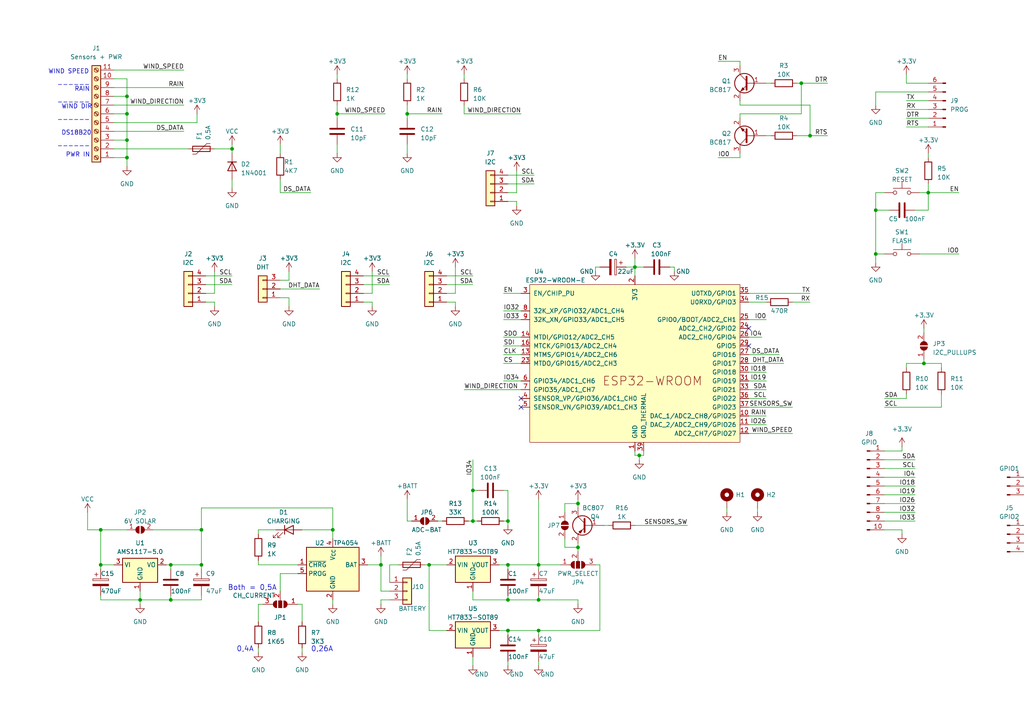
<source format=kicad_sch>
(kicad_sch (version 20230121) (generator eeschema)
  (paper "A4")
  (title_block (title "WeatherStation_V2") (date "2023-08-15") (rev "2.0") (company "Filada") (comment 1 "ESP32 Weather Station"))
  (junction (at 167.64 158.75))
  (junction (at 137.16 142.24))
  (junction (at 40.64 173.99))
  (junction (at 36.83 40.64))
  (junction (at 124.46 163.83))
  (junction (at 29.21 163.83))
  (junction (at 29.21 153.67))
  (junction (at 147.32 151.13))
  (junction (at 58.42 163.83))
  (junction (at 58.42 153.67))
  (junction (at 97.79 33.02))
  (junction (at 147.32 163.83))
  (junction (at 36.83 33.02))
  (junction (at 232.41 24.13))
  (junction (at 147.32 173.99))
  (junction (at 110.49 163.83))
  (junction (at 137.16 151.13))
  (junction (at 167.64 146.05))
  (junction (at 156.21 163.83))
  (junction (at 184.15 77.47))
  (junction (at 267.97 105.41))
  (junction (at 234.95 39.37))
  (junction (at 36.83 27.94))
  (junction (at 269.24 55.88))
  (junction (at 185.42 132.08))
  (junction (at 254 60.96))
  (junction (at 254 73.66))
  (junction (at 156.21 173.99))
  (junction (at 156.21 182.88))
  (junction (at 147.32 182.88))
  (junction (at 49.53 163.83))
  (junction (at 36.83 45.72))
  (junction (at 67.31 43.18))
  (junction (at 49.53 173.99))
  (junction (at 118.11 33.02))
  (junction (at 96.52 153.67))
  (no_connect (at 151.13 115.57))
  (no_connect (at 217.17 100.33))
  (no_connect (at 151.13 118.11))
  (no_connect (at 217.17 95.25))
  (wire (pts (xy 156.21 172.72) (xy 156.21 173.99)))
  (wire (pts (xy 33.02 20.32) (xy 53.34 20.32)))
  (wire (pts (xy 267.97 95.25) (xy 267.97 96.52)))
  (wire (pts (xy 36.83 40.64) (xy 36.83 45.72)))
  (wire (pts (xy 256.54 140.97) (xy 265.43 140.97)))
  (wire (pts (xy 110.49 171.45) (xy 113.03 171.45)))
  (wire (pts (xy 118.11 33.02) (xy 118.11 34.29)))
  (wire (pts (xy 173.99 163.83) (xy 173.99 182.88)))
  (wire (pts (xy 113.03 163.83) (xy 115.57 163.83)))
  (wire (pts (xy 172.72 163.83) (xy 173.99 163.83)))
  (wire (pts (xy 113.03 80.01) (xy 105.41 80.01)))
  (wire (pts (xy 232.41 24.13) (xy 231.14 24.13)))
  (wire (pts (xy 57.15 33.02) (xy 57.15 35.56)))
  (wire (pts (xy 149.86 55.88) (xy 147.32 55.88)))
  (wire (pts (xy 256.54 138.43) (xy 265.43 138.43)))
  (wire (pts (xy 44.45 153.67) (xy 58.42 153.67)))
  (wire (pts (xy 74.93 154.94) (xy 74.93 153.67)))
  (wire (pts (xy 146.05 110.49) (xy 151.13 110.49)))
  (wire (pts (xy 144.78 182.88) (xy 147.32 182.88)))
  (wire (pts (xy 254 60.96) (xy 257.81 60.96)))
  (wire (pts (xy 234.95 39.37) (xy 234.95 30.48)))
  (wire (pts (xy 262.89 114.3) (xy 262.89 115.57)))
  (wire (pts (xy 217.17 110.49) (xy 222.25 110.49)))
  (wire (pts (xy 137.16 142.24) (xy 138.43 142.24)))
  (wire (pts (xy 134.62 33.02) (xy 151.13 33.02)))
  (wire (pts (xy 254 73.66) (xy 254 76.2)))
  (wire (pts (xy 297.18 138.43) (xy 303.53 138.43)))
  (wire (pts (xy 184.15 130.81) (xy 184.15 132.08)))
  (wire (pts (xy 297.18 152.4) (xy 303.53 152.4)))
  (wire (pts (xy 273.05 105.41) (xy 273.05 106.68)))
  (wire (pts (xy 269.24 53.34) (xy 269.24 55.88)))
  (wire (pts (xy 262.89 105.41) (xy 267.97 105.41)))
  (wire (pts (xy 297.18 157.48) (xy 303.53 157.48)))
  (wire (pts (xy 265.43 60.96) (xy 269.24 60.96)))
  (wire (pts (xy 214.63 30.48) (xy 214.63 29.21)))
  (wire (pts (xy 146.05 85.09) (xy 151.13 85.09)))
  (wire (pts (xy 135.89 151.13) (xy 137.16 151.13)))
  (wire (pts (xy 127 151.13) (xy 128.27 151.13)))
  (wire (pts (xy 262.89 34.29) (xy 269.24 34.29)))
  (wire (pts (xy 33.02 27.94) (xy 36.83 27.94)))
  (wire (pts (xy 194.31 77.47) (xy 195.58 77.47)))
  (wire (pts (xy 297.18 143.51) (xy 303.53 143.51)))
  (wire (pts (xy 186.69 130.81) (xy 186.69 132.08)))
  (wire (pts (xy 134.62 113.03) (xy 151.13 113.03)))
  (wire (pts (xy 49.53 173.99) (xy 58.42 173.99)))
  (wire (pts (xy 217.17 102.87) (xy 226.06 102.87)))
  (wire (pts (xy 81.28 166.37) (xy 86.36 166.37)))
  (wire (pts (xy 217.17 125.73) (xy 229.87 125.73)))
  (wire (pts (xy 49.53 163.83) (xy 49.53 165.1)))
  (wire (pts (xy 146.05 102.87) (xy 151.13 102.87)))
  (wire (pts (xy 67.31 82.55) (xy 59.69 82.55)))
  (wire (pts (xy 234.95 30.48) (xy 214.63 30.48)))
  (wire (pts (xy 81.28 41.91) (xy 81.28 44.45)))
  (wire (pts (xy 256.54 146.05) (xy 265.43 146.05)))
  (wire (pts (xy 217.17 97.79) (xy 220.98 97.79)))
  (wire (pts (xy 262.89 24.13) (xy 269.24 24.13)))
  (wire (pts (xy 33.02 22.86) (xy 36.83 22.86)))
  (wire (pts (xy 256.54 115.57) (xy 262.89 115.57)))
  (wire (pts (xy 33.02 40.64) (xy 36.83 40.64)))
  (wire (pts (xy 97.79 33.02) (xy 97.79 34.29)))
  (wire (pts (xy 217.17 123.19) (xy 222.25 123.19)))
  (wire (pts (xy 58.42 147.32) (xy 58.42 153.67)))
  (wire (pts (xy 146.05 97.79) (xy 151.13 97.79)))
  (wire (pts (xy 214.63 34.29) (xy 214.63 33.02)))
  (wire (pts (xy 214.63 44.45) (xy 214.63 45.72)))
  (wire (pts (xy 96.52 173.99) (xy 96.52 175.26)))
  (wire (pts (xy 256.54 151.13) (xy 265.43 151.13)))
  (wire (pts (xy 167.64 157.48) (xy 167.64 158.75)))
  (wire (pts (xy 254 26.67) (xy 254 30.48)))
  (wire (pts (xy 132.08 85.09) (xy 129.54 85.09)))
  (wire (pts (xy 167.64 144.78) (xy 167.64 146.05)))
  (wire (pts (xy 217.17 118.11) (xy 229.87 118.11)))
  (wire (pts (xy 146.05 142.24) (xy 147.32 142.24)))
  (wire (pts (xy 167.64 173.99) (xy 156.21 173.99)))
  (wire (pts (xy 137.16 151.13) (xy 138.43 151.13)))
  (wire (pts (xy 146.05 90.17) (xy 151.13 90.17)))
  (wire (pts (xy 58.42 153.67) (xy 58.42 163.83)))
  (wire (pts (xy 132.08 77.47) (xy 132.08 85.09)))
  (wire (pts (xy 163.83 146.05) (xy 163.83 148.59)))
  (wire (pts (xy 137.16 133.35) (xy 137.16 142.24)))
  (wire (pts (xy 36.83 153.67) (xy 29.21 153.67)))
  (wire (pts (xy 273.05 114.3) (xy 273.05 118.11)))
  (wire (pts (xy 67.31 41.91) (xy 67.31 43.18)))
  (wire (pts (xy 217.17 87.63) (xy 222.25 87.63)))
  (wire (pts (xy 232.41 24.13) (xy 240.03 24.13)))
  (wire (pts (xy 210.82 147.32) (xy 210.82 148.59)))
  (wire (pts (xy 256.54 135.89) (xy 265.43 135.89)))
  (wire (pts (xy 36.83 45.72) (xy 36.83 48.26)))
  (wire (pts (xy 256.54 143.51) (xy 265.43 143.51)))
  (wire (pts (xy 83.82 78.74) (xy 83.82 81.28)))
  (wire (pts (xy 222.25 24.13) (xy 223.52 24.13)))
  (wire (pts (xy 147.32 163.83) (xy 147.32 165.1)))
  (wire (pts (xy 262.89 106.68) (xy 262.89 105.41)))
  (wire (pts (xy 147.32 182.88) (xy 156.21 182.88)))
  (wire (pts (xy 234.95 39.37) (xy 240.03 39.37)))
  (wire (pts (xy 266.7 73.66) (xy 278.13 73.66)))
  (wire (pts (xy 229.87 87.63) (xy 234.95 87.63)))
  (wire (pts (xy 33.02 35.56) (xy 57.15 35.56)))
  (wire (pts (xy 181.61 77.47) (xy 184.15 77.47)))
  (wire (pts (xy 33.02 25.4) (xy 53.34 25.4)))
  (wire (pts (xy 49.53 172.72) (xy 49.53 173.99)))
  (wire (pts (xy 261.62 130.81) (xy 256.54 130.81)))
  (wire (pts (xy 86.36 175.26) (xy 87.63 175.26)))
  (wire (pts (xy 137.16 193.04) (xy 137.16 190.5)))
  (wire (pts (xy 156.21 182.88) (xy 156.21 184.15)))
  (wire (pts (xy 156.21 163.83) (xy 162.56 163.83)))
  (wire (pts (xy 297.18 160.02) (xy 303.53 160.02)))
  (wire (pts (xy 154.94 53.34) (xy 147.32 53.34)))
  (wire (pts (xy 137.16 171.45) (xy 137.16 173.99)))
  (wire (pts (xy 124.46 163.83) (xy 129.54 163.83)))
  (wire (pts (xy 36.83 27.94) (xy 36.83 33.02)))
  (wire (pts (xy 269.24 55.88) (xy 269.24 60.96)))
  (wire (pts (xy 262.89 36.83) (xy 269.24 36.83)))
  (wire (pts (xy 147.32 182.88) (xy 147.32 184.15)))
  (wire (pts (xy 184.15 132.08) (xy 185.42 132.08)))
  (wire (pts (xy 76.2 175.26) (xy 74.93 175.26)))
  (wire (pts (xy 185.42 132.08) (xy 186.69 132.08)))
  (wire (pts (xy 97.79 30.48) (xy 97.79 33.02)))
  (wire (pts (xy 163.83 156.21) (xy 163.83 158.75)))
  (wire (pts (xy 217.17 85.09) (xy 234.95 85.09)))
  (wire (pts (xy 129.54 82.55) (xy 137.16 82.55)))
  (wire (pts (xy 267.97 104.14) (xy 267.97 105.41)))
  (wire (pts (xy 110.49 161.29) (xy 110.49 163.83)))
  (wire (pts (xy 269.24 44.45) (xy 269.24 45.72)))
  (wire (pts (xy 156.21 182.88) (xy 173.99 182.88)))
  (wire (pts (xy 33.02 43.18) (xy 54.61 43.18)))
  (wire (pts (xy 254 60.96) (xy 254 73.66)))
  (wire (pts (xy 83.82 86.36) (xy 83.82 88.9)))
  (wire (pts (xy 184.15 77.47) (xy 184.15 80.01)))
  (wire (pts (xy 87.63 187.96) (xy 87.63 189.23)))
  (wire (pts (xy 256.54 118.11) (xy 273.05 118.11)))
  (wire (pts (xy 222.25 39.37) (xy 223.52 39.37)))
  (wire (pts (xy 62.23 78.74) (xy 62.23 85.09)))
  (wire (pts (xy 113.03 168.91) (xy 113.03 163.83)))
  (wire (pts (xy 208.28 45.72) (xy 214.63 45.72)))
  (wire (pts (xy 184.15 152.4) (xy 199.39 152.4)))
  (wire (pts (xy 262.89 31.75) (xy 269.24 31.75)))
  (wire (pts (xy 167.64 158.75) (xy 167.64 160.02)))
  (wire (pts (xy 124.46 163.83) (xy 124.46 182.88)))
  (wire (pts (xy 261.62 129.54) (xy 261.62 130.81)))
  (wire (pts (xy 256.54 153.67) (xy 261.62 153.67)))
  (wire (pts (xy 214.63 19.05) (xy 214.63 17.78)))
  (wire (pts (xy 29.21 163.83) (xy 29.21 165.1)))
  (wire (pts (xy 137.16 151.13) (xy 137.16 142.24)))
  (wire (pts (xy 107.95 78.74) (xy 107.95 85.09)))
  (wire (pts (xy 67.31 52.07) (xy 67.31 54.61)))
  (wire (pts (xy 96.52 147.32) (xy 96.52 153.67)))
  (wire (pts (xy 156.21 191.77) (xy 156.21 193.04)))
  (wire (pts (xy 149.86 59.69) (xy 149.86 58.42)))
  (wire (pts (xy 74.93 175.26) (xy 74.93 180.34)))
  (wire (pts (xy 81.28 52.07) (xy 81.28 55.88)))
  (wire (pts (xy 33.02 33.02) (xy 36.83 33.02)))
  (wire (pts (xy 132.08 87.63) (xy 132.08 88.9)))
  (wire (pts (xy 110.49 173.99) (xy 110.49 175.26)))
  (wire (pts (xy 110.49 173.99) (xy 113.03 173.99)))
  (wire (pts (xy 217.17 115.57) (xy 222.25 115.57)))
  (wire (pts (xy 67.31 80.01) (xy 59.69 80.01)))
  (wire (pts (xy 266.7 55.88) (xy 269.24 55.88)))
  (wire (pts (xy 90.17 55.88) (xy 81.28 55.88)))
  (wire (pts (xy 74.93 162.56) (xy 74.93 163.83)))
  (wire (pts (xy 184.15 74.93) (xy 184.15 77.47)))
  (wire (pts (xy 87.63 153.67) (xy 96.52 153.67)))
  (wire (pts (xy 58.42 172.72) (xy 58.42 173.99)))
  (wire (pts (xy 58.42 147.32) (xy 96.52 147.32)))
  (wire (pts (xy 96.52 153.67) (xy 96.52 156.21)))
  (wire (pts (xy 147.32 151.13) (xy 147.32 152.4)))
  (wire (pts (xy 147.32 142.24) (xy 147.32 151.13)))
  (wire (pts (xy 147.32 191.77) (xy 147.32 193.04)))
  (wire (pts (xy 74.93 153.67) (xy 80.01 153.67)))
  (wire (pts (xy 146.05 151.13) (xy 147.32 151.13)))
  (wire (pts (xy 262.89 21.59) (xy 262.89 24.13)))
  (wire (pts (xy 256.54 55.88) (xy 254 55.88)))
  (wire (pts (xy 219.71 147.32) (xy 219.71 148.59)))
  (wire (pts (xy 172.72 77.47) (xy 173.99 77.47)))
  (wire (pts (xy 40.64 171.45) (xy 40.64 173.99)))
  (wire (pts (xy 107.95 88.9) (xy 107.95 87.63)))
  (wire (pts (xy 67.31 44.45) (xy 67.31 43.18)))
  (wire (pts (xy 172.72 78.74) (xy 172.72 77.47)))
  (wire (pts (xy 124.46 182.88) (xy 129.54 182.88)))
  (wire (pts (xy 67.31 43.18) (xy 62.23 43.18)))
  (wire (pts (xy 214.63 33.02) (xy 232.41 33.02)))
  (wire (pts (xy 217.17 92.71) (xy 222.25 92.71)))
  (wire (pts (xy 33.02 30.48) (xy 53.34 30.48)))
  (wire (pts (xy 256.54 133.35) (xy 265.43 133.35)))
  (wire (pts (xy 107.95 87.63) (xy 105.41 87.63)))
  (wire (pts (xy 167.64 173.99) (xy 167.64 175.26)))
  (wire (pts (xy 146.05 100.33) (xy 151.13 100.33)))
  (wire (pts (xy 25.4 153.67) (xy 29.21 153.67)))
  (wire (pts (xy 254 55.88) (xy 254 60.96)))
  (wire (pts (xy 156.21 163.83) (xy 147.32 163.83)))
  (wire (pts (xy 83.82 81.28) (xy 81.28 81.28)))
  (wire (pts (xy 185.42 132.08) (xy 185.42 133.35)))
  (wire (pts (xy 48.26 163.83) (xy 49.53 163.83)))
  (wire (pts (xy 217.17 105.41) (xy 227.33 105.41)))
  (wire (pts (xy 29.21 153.67) (xy 29.21 163.83)))
  (wire (pts (xy 156.21 163.83) (xy 156.21 165.1)))
  (wire (pts (xy 254 26.67) (xy 269.24 26.67)))
  (wire (pts (xy 87.63 175.26) (xy 87.63 180.34)))
  (wire (pts (xy 267.97 105.41) (xy 273.05 105.41)))
  (wire (pts (xy 156.21 173.99) (xy 147.32 173.99)))
  (wire (pts (xy 74.93 187.96) (xy 74.93 189.23)))
  (wire (pts (xy 297.18 154.94) (xy 303.53 154.94)))
  (wire (pts (xy 33.02 45.72) (xy 36.83 45.72)))
  (wire (pts (xy 33.02 38.1) (xy 53.34 38.1)))
  (wire (pts (xy 231.14 39.37) (xy 234.95 39.37)))
  (wire (pts (xy 118.11 144.78) (xy 118.11 151.13)))
  (wire (pts (xy 146.05 92.71) (xy 151.13 92.71)))
  (wire (pts (xy 92.71 83.82) (xy 81.28 83.82)))
  (wire (pts (xy 217.17 113.03) (xy 222.25 113.03)))
  (wire (pts (xy 163.83 158.75) (xy 167.64 158.75)))
  (wire (pts (xy 232.41 24.13) (xy 232.41 33.02)))
  (wire (pts (xy 118.11 33.02) (xy 128.27 33.02)))
  (wire (pts (xy 262.89 29.21) (xy 269.24 29.21)))
  (wire (pts (xy 129.54 80.01) (xy 137.16 80.01)))
  (wire (pts (xy 97.79 21.59) (xy 97.79 22.86)))
  (wire (pts (xy 107.95 85.09) (xy 105.41 85.09)))
  (wire (pts (xy 149.86 49.53) (xy 149.86 55.88)))
  (wire (pts (xy 81.28 86.36) (xy 83.82 86.36)))
  (wire (pts (xy 156.21 163.83) (xy 156.21 144.78)))
  (wire (pts (xy 97.79 33.02) (xy 111.76 33.02)))
  (wire (pts (xy 62.23 85.09) (xy 59.69 85.09)))
  (wire (pts (xy 49.53 163.83) (xy 58.42 163.83)))
  (wire (pts (xy 40.64 173.99) (xy 49.53 173.99)))
  (wire (pts (xy 123.19 163.83) (xy 124.46 163.83)))
  (wire (pts (xy 36.83 33.02) (xy 36.83 40.64)))
  (wire (pts (xy 129.54 87.63) (xy 132.08 87.63)))
  (wire (pts (xy 118.11 21.59) (xy 118.11 22.86)))
  (wire (pts (xy 25.4 148.59) (xy 25.4 153.67)))
  (wire (pts (xy 163.83 146.05) (xy 167.64 146.05)))
  (wire (pts (xy 146.05 105.41) (xy 151.13 105.41)))
  (wire (pts (xy 113.03 82.55) (xy 105.41 82.55)))
  (wire (pts (xy 208.28 17.78) (xy 214.63 17.78)))
  (wire (pts (xy 29.21 173.99) (xy 40.64 173.99)))
  (wire (pts (xy 167.64 146.05) (xy 167.64 147.32)))
  (wire (pts (xy 62.23 88.9) (xy 62.23 87.63)))
  (wire (pts (xy 110.49 163.83) (xy 110.49 171.45)))
  (wire (pts (xy 154.94 50.8) (xy 147.32 50.8)))
  (wire (pts (xy 137.16 173.99) (xy 147.32 173.99)))
  (wire (pts (xy 58.42 165.1) (xy 58.42 163.83)))
  (wire (pts (xy 184.15 77.47) (xy 186.69 77.47)))
  (wire (pts (xy 40.64 173.99) (xy 40.64 175.26)))
  (wire (pts (xy 254 73.66) (xy 256.54 73.66)))
  (wire (pts (xy 195.58 77.47) (xy 195.58 78.74)))
  (wire (pts (xy 134.62 30.48) (xy 134.62 33.02)))
  (wire (pts (xy 29.21 163.83) (xy 33.02 163.83)))
  (wire (pts (xy 81.28 171.45) (xy 81.28 166.37)))
  (wire (pts (xy 97.79 41.91) (xy 97.79 44.45)))
  (wire (pts (xy 36.83 22.86) (xy 36.83 27.94)))
  (wire (pts (xy 62.23 87.63) (xy 59.69 87.63)))
  (wire (pts (xy 261.62 153.67) (xy 261.62 154.94)))
  (wire (pts (xy 297.18 140.97) (xy 303.53 140.97)))
  (wire (pts (xy 29.21 172.72) (xy 29.21 173.99)))
  (wire (pts (xy 118.11 30.48) (xy 118.11 33.02)))
  (wire (pts (xy 106.68 163.83) (xy 110.49 163.83)))
  (wire (pts (xy 74.93 163.83) (xy 86.36 163.83)))
  (wire (pts (xy 144.78 163.83) (xy 147.32 163.83)))
  (wire (pts (xy 149.86 58.42) (xy 147.32 58.42)))
  (wire (pts (xy 269.24 55.88) (xy 278.13 55.88)))
  (wire (pts (xy 118.11 41.91) (xy 118.11 44.45)))
  (wire (pts (xy 119.38 151.13) (xy 118.11 151.13)))
  (wire (pts (xy 256.54 148.59) (xy 265.43 148.59)))
  (wire (pts (xy 217.17 120.65) (xy 222.25 120.65)))
  (wire (pts (xy 217.17 107.95) (xy 222.25 107.95)))
  (wire (pts (xy 175.26 152.4) (xy 176.53 152.4)))
  (wire (pts (xy 134.62 21.59) (xy 134.62 22.86)))
  (wire (pts (xy 147.32 173.99) (xy 147.32 172.72)))
  (text "WIND SPEED" (at 13.97 21.59 0) (effects (font (size 1.27 1.27)) (justify left bottom)))
  (text "------" (at 16.51 43.18 0) (effects (font (size 1.27 1.27)) (justify left bottom)))
  (text "------" (at 16.51 30.48 0) (effects (font (size 1.27 1.27)) (justify left bottom)))
  (text "------" (at 16.51 35.56 0) (effects (font (size 1.27 1.27)) (justify left bottom)))
  (text "------" (at 16.51 25.4 0) (effects (font (size 1.27 1.27)) (justify left bottom)))
  (text "PWR IN" (at 19.05 45.72 0) (effects (font (size 1.27 1.27)) (justify left bottom)))
  (text "0,26A" (at 90.17 189.23 0) (effects (font (size 1.5 1.5)) (justify left bottom)))
  (text "RAIN" (at 21.59 26.67 0) (effects (font (size 1.27 1.27)) (justify left bottom)))
  (text "Both = 0,5A" (at 66.04 171.45 0) (effects (font (size 1.5 1.5)) (justify left bottom)))
  (text "DS18B20" (at 17.78 39.37 0) (effects (font (size 1.27 1.27)) (justify left bottom)))
  (text "WIND DIR" (at 17.78 31.75 0) (effects (font (size 1.27 1.27)) (justify left bottom)))
  (text "0,4A" (at 68.58 189.23 0) (effects (font (size 1.5 1.5)) (justify left bottom)))
  (label "IO26" (at 265.43 146.05 180))
  (label "IO34" (at 146.05 110.49 0))
  (label "SDA" (at 265.43 133.35 180))
  (label "CS" (at 146.05 105.41 0))
  (label "SCL" (at 154.94 50.8 180))
  (label "EN" (at 278.13 55.88 180))
  (label "DS_DATA" (at 90.17 55.88 180))
  (label "SCL" (at 256.54 118.11 0))
  (label "IO19" (at 265.43 143.51 180))
  (label "SCL" (at 265.43 135.89 180))
  (label "DHT_DATA" (at 92.71 83.82 180))
  (label "IO18" (at 265.43 140.97 180))
  (label "WIND_DIRECTION" (at 151.13 33.02 180))
  (label "EN" (at 208.28 17.78 0))
  (label "SDA" (at 113.03 82.55 180))
  (label "WIND_SPEED" (at 229.87 125.73 180))
  (label "SDA" (at 67.31 82.55 180))
  (label "RX" (at 234.95 87.63 180))
  (label "RTS" (at 262.89 36.83 0))
  (label "WIND_DIRECTION" (at 134.62 113.03 0))
  (label "SDA" (at 222.25 113.03 180))
  (label "DTR" (at 262.89 34.29 0))
  (label "IO19" (at 222.25 110.49 180))
  (label "TX" (at 234.95 85.09 180))
  (label "DTR" (at 240.03 24.13 180))
  (label "SCL" (at 67.31 80.01 180))
  (label "RAIN" (at 128.27 33.02 180))
  (label "SDO" (at 303.53 157.48 180))
  (label "DS_DATA" (at 226.06 102.87 180))
  (label "CLK" (at 146.05 102.87 0))
  (label "IO0" (at 208.28 45.72 0))
  (label "SDI" (at 146.05 100.33 0))
  (label "DS_DATA" (at 53.34 38.1 180))
  (label "RX" (at 262.89 31.75 0))
  (label "SENSORS_SW" (at 199.39 152.4 180))
  (label "RAIN" (at 53.34 25.4 180))
  (label "IO32" (at 265.43 148.59 180))
  (label "IO18" (at 303.53 140.97 180))
  (label "IO34" (at 137.16 133.35 270))
  (label "SCL" (at 222.25 115.57 180))
  (label "IO26" (at 222.25 123.19 180))
  (label "SCL" (at 113.03 80.01 180))
  (label "IO19" (at 303.53 143.51 180))
  (label "EN" (at 146.05 85.09 0))
  (label "IO4" (at 220.98 97.79 180))
  (label "WIND_SPEED" (at 53.34 20.32 180))
  (label "IO33" (at 146.05 92.71 0))
  (label "WIND_DIRECTION" (at 53.34 30.48 180))
  (label "DHT_DATA" (at 227.33 105.41 180))
  (label "IO33" (at 265.43 151.13 180))
  (label "IO32" (at 146.05 90.17 0))
  (label "IO0" (at 222.25 92.71 180))
  (label "IO4" (at 303.53 138.43 180))
  (label "SDA" (at 154.94 53.34 180))
  (label "WIND_SPEED" (at 111.76 33.02 180))
  (label "SCL" (at 137.16 80.01 180))
  (label "SDA" (at 137.16 82.55 180))
  (label "CS" (at 303.53 152.4 180))
  (label "TX" (at 262.89 29.21 0))
  (label "CLK" (at 303.53 160.02 180))
  (label "SDI" (at 303.53 154.94 180))
  (label "SDA" (at 256.54 115.57 0))
  (label "IO18" (at 222.25 107.95 180))
  (label "SENSORS_SW" (at 229.87 118.11 180))
  (label "SDO" (at 146.05 97.79 0))
  (label "RAIN" (at 222.25 120.65 180))
  (label "RTS" (at 240.03 39.37 180))
  (label "IO0" (at 278.13 73.66 180))
  (label "IO4" (at 265.43 138.43 180))
  (symbol (lib_id "power:+BATT") (at 110.49 161.29 0) (unit 1)
    (property "Reference" "#PWR040" (effects hide))
    (property "Value" "+BATT" (at 110.49 157.48 0))
  )
  (symbol (lib_id "Device:C") (at 190.5 77.47 90) (unit 1)
    (property "Reference" "C3" (at 190.5 71.12 90))
    (property "Value" "100nF" (at 191.77 73.66 90))
    (property "Footprint" "Capacitor_SMD:C_0805_2012Metric_Pad1.18x1.45mm_HandSolder" (effects hide))
  )
  (symbol (lib_id "Jumper:SolderJumper_2_Open") (at 163.83 152.4 270) (unit 1)
    (property "Reference" "JP7" (at 158.75 152.4 90) (effects (justify left)))
    (property "Value" "6V SOLAR" (effects hide))
    (property "Footprint" "Jumper:SolderJumper-2_P1.3mm_Open_RoundedPad1.0x1.5mm" (effects hide))
  )
  (symbol (lib_id "Transistor_BJT:BC817") (at 217.17 39.37 180) (unit 1)
    (property "Reference" "Q2" (at 212.09 38.735 0) (effects (justify left)))
    (property "Value" "BC817" (at 212.09 41.275 0) (effects (justify left)))
    (property "Footprint" "Package_TO_SOT_SMD:SOT-23_Handsoldering" (effects hide))
    (property "Datasheet" "https://www.onsemi.com/pub/Collateral/BC818-D.pdf" (effects hide))
  )
  (symbol (lib_name "GND_15") (lib_id "power:GND") (at 219.71 148.59 0) (unit 1)
    (property "Reference" "#PWR046" (effects hide))
    (property "Value" "GND" (at 219.71 153.67 0))
  )
  (symbol (lib_id "power:VCC") (at 67.31 41.91 0) (unit 1)
    (property "Reference" "#PWR027" (effects hide))
    (property "Value" "VCC" (at 67.31 38.1 0))
  )
  (symbol (lib_name "+3V3_8") (lib_id "power:+3V3") (at 57.15 33.02 0) (unit 1)
    (property "Reference" "#PWR029" (effects hide))
    (property "Value" "+3V3" (at 57.15 29.21 0))
  )
  (symbol (lib_name "+3V3_8") (lib_id "power:+3V3") (at 81.28 41.91 0) (unit 1)
    (property "Reference" "#PWR05" (effects hide))
    (property "Value" "+3V3" (at 81.28 38.1 0))
  )
  (symbol (lib_id "power:GND") (at 83.82 88.9 0) (mirror y) (unit 1)
    (property "Reference" "#PWR037" (effects hide))
    (property "Value" "GND" (at 83.82 93.98 0))
  )
  (symbol (lib_id "Device:C_Polarized") (at 58.42 168.91 0) (unit 1)
    (property "Reference" "C9" (at 59.69 166.37 0) (effects (justify left)))
    (property "Value" "47uF" (at 59.69 171.45 0) (effects (justify left)))
    (property "Footprint" "Capacitor_Tantalum_SMD:CP_EIA-3216-18_Kemet-A_Pad1.58x1.35mm_HandSolder" (effects hide))
  )
  (symbol (lib_id "Device:R") (at 269.24 49.53 0) (unit 1)
    (property "Reference" "R5" (at 271.78 48.895 0) (effects (justify left)))
    (property "Value" "10K" (at 271.78 51.435 0) (effects (justify left)))
    (property "Footprint" "Resistor_SMD:R_0805_2012Metric_Pad1.20x1.40mm_HandSolder" (effects hide))
  )
  (symbol (lib_name "+3V3_2") (lib_id "power:+3V3") (at 149.86 49.53 0) (unit 1)
    (property "Reference" "#PWR034" (effects hide))
    (property "Value" "+3V3" (at 149.86 45.72 0))
  )
  (symbol (lib_name "GND_7") (lib_id "power:GND") (at 67.31 54.61 0) (unit 1)
    (property "Reference" "#PWR020" (effects hide))
    (property "Value" "GND" (at 67.31 59.69 0))
  )
  (symbol (lib_id "Device:C") (at 118.11 38.1 0) (unit 1)
    (property "Reference" "C12" (at 121.92 37.465 0) (effects (justify left)))
    (property "Value" "10pF" (at 121.92 40.005 0) (effects (justify left)))
    (property "Footprint" "Capacitor_SMD:C_0805_2012Metric_Pad1.18x1.45mm_HandSolder" (effects hide))
  )
  (symbol (lib_id "Connector_Generic:Conn_01x03") (at 118.11 171.45 0) (unit 1)
    (property "Reference" "J10" (at 119.38 170.18 0) (effects (justify left)))
    (property "Value" "BATTERY" (at 115.57 176.53 0) (effects (justify left)))
    (property "Footprint" "Connector_JST:JST_XH_B3B-XH-A_1x03_P2.50mm_Vertical" (effects hide))
  )
  (symbol (lib_id "Device:R") (at 227.33 24.13 90) (unit 1)
    (property "Reference" "R3" (at 227.33 19.05 90))
    (property "Value" "10K" (at 227.33 21.59 90))
    (property "Footprint" "Resistor_SMD:R_0805_2012Metric_Pad1.20x1.40mm_HandSolder" (effects hide))
  )
  (symbol (lib_id "Transistor_BJT:BC807") (at 170.18 152.4 0) (mirror y) (unit 1)
    (property "Reference" "Q4" (at 173.99 149.86 0) (effects (justify left)))
    (property "Value" "BC807" (at 175.26 147.32 0) (effects (justify left)))
    (property "Footprint" "Package_TO_SOT_SMD:SOT-23_Handsoldering" (effects hide))
    (property "Datasheet" "https://www.onsemi.com/pub/Collateral/BC808-D.pdf" (effects hide))
  )
  (symbol (lib_id "Connector_Generic:Conn_01x04") (at 124.46 85.09 180) (unit 1)
    (property "Reference" "J6" (at 124.46 73.66 0))
    (property "Value" "I2C" (at 124.46 76.2 0))
    (property "Footprint" "Connector_JST:JST_XH_B4B-XH-A_1x04_P2.50mm_Vertical" (effects hide))
  )
  (symbol (lib_id "power:+3.3V") (at 261.62 129.54 0) (unit 1)
    (property "Reference" "#PWR050" (effects hide))
    (property "Value" "+3.3V" (at 261.62 124.46 0))
  )
  (symbol (lib_id "Device:R") (at 118.11 26.67 0) (unit 1)
    (property "Reference" "R2" (at 120.65 26.035 0) (effects (justify left)))
    (property "Value" "1K" (at 120.65 28.575 0) (effects (justify left)))
    (property "Footprint" "Resistor_SMD:R_0805_2012Metric_Pad1.20x1.40mm_HandSolder" (effects hide))
  )
  (symbol (lib_id "Device:R") (at 74.93 184.15 0) (unit 1)
    (property "Reference" "R8" (at 77.47 183.515 0) (effects (justify left)))
    (property "Value" "1K65" (at 77.47 186.055 0) (effects (justify left)))
    (property "Footprint" "Resistor_SMD:R_0805_2012Metric_Pad1.20x1.40mm_HandSolder" (effects hide))
  )
  (symbol (lib_id "Regulator_Linear:AMS1117-5.0") (at 40.64 163.83 0) (unit 1)
    (property "Reference" "U1" (at 40.64 157.48 0))
    (property "Value" "AMS1117-5.0" (at 40.64 160.02 0))
    (property "Footprint" "Package_TO_SOT_SMD:SOT-223-3_TabPin2" (effects hide))
    (property "Datasheet" "http://www.advanced-monolithic.com/pdf/ds1117.pdf" (effects hide))
  )
  (symbol (lib_id "Device:C_Polarized") (at 156.21 187.96 0) (unit 1)
    (property "Reference" "C10" (at 156.21 185.42 0) (effects (justify left)))
    (property "Value" "47uF" (at 156.21 190.5 0) (effects (justify left)))
    (property "Footprint" "Capacitor_Tantalum_SMD:CP_EIA-3216-18_Kemet-A_Pad1.58x1.35mm_HandSolder" (effects hide))
  )
  (symbol (lib_id "Jumper:SolderJumper_2_Open") (at 40.64 153.67 0) (unit 1)
    (property "Reference" "JP2" (at 40.64 148.59 0))
    (property "Value" "6V SOLAR" (at 40.64 151.13 0))
    (property "Footprint" "Jumper:SolderJumper-2_P1.3mm_Open_RoundedPad1.0x1.5mm" (effects hide))
  )
  (symbol (lib_id "Device:LED") (at 83.82 153.67 0) (unit 1)
    (property "Reference" "D1" (at 82.2325 148.59 0))
    (property "Value" "CHARGING" (at 82.2325 151.13 0))
    (property "Footprint" "LED_SMD:LED_1206_3216Metric_Pad1.42x1.75mm_HandSolder" (effects hide))
  )
  (symbol (lib_id "Connector_Generic:Conn_01x04") (at 54.61 85.09 180) (unit 1)
    (property "Reference" "J2" (at 54.61 73.66 0))
    (property "Value" "I2C" (at 54.61 76.2 0))
    (property "Footprint" "Connector_JST:JST_XH_B4B-XH-A_1x04_P2.50mm_Vertical" (effects hide))
  )
  (symbol (lib_id "Device:R") (at 226.06 87.63 90) (unit 1)
    (property "Reference" "R15" (at 220.98 86.36 90))
    (property "Value" "470R" (at 226.06 90.17 90))
    (property "Footprint" "Resistor_SMD:R_0805_2012Metric_Pad1.20x1.40mm_HandSolder" (effects hide))
  )
  (symbol (lib_name "GND_12") (lib_id "power:GND") (at 36.83 48.26 0) (unit 1)
    (property "Reference" "#PWR039" (effects hide))
    (property "Value" "GND" (at 36.83 53.34 0))
  )
  (symbol (lib_name "GND_4") (lib_id "power:GND") (at 147.32 193.04 0) (unit 1)
    (property "Reference" "#PWR048" (effects hide))
    (property "Value" "GND" (at 149.86 195.58 0))
  )
  (symbol (lib_name "+3V3_8") (lib_id "power:+3V3") (at 97.79 21.59 0) (unit 1)
    (property "Reference" "#PWR02" (effects hide))
    (property "Value" "+3V3" (at 97.79 17.78 0))
  )
  (symbol (lib_name "+3V3_2") (lib_id "power:+3V3") (at 167.64 144.78 0) (unit 1)
    (property "Reference" "#PWR014" (effects hide))
    (property "Value" "+3V3" (at 167.64 140.97 0))
  )
  (symbol (lib_id "Mechanical:MountingHole_Pad") (at 219.71 144.78 0) (unit 1)
    (property "Reference" "H2" (at 222.25 143.51 0) (effects (justify left)))
    (property "Value" "MountingHole_Pad" (effects hide))
    (property "Footprint" "MountingHole:MountingHole_3.2mm_M3_DIN965_Pad" (effects hide))
  )
  (symbol (lib_id "Regulator_Linear:HT75xx-1-SOT89") (at 137.16 185.42 0) (unit 1)
    (property "Reference" "U5" (at 137.16 176.53 0))
    (property "Value" "HT7833-SOT89" (at 137.16 179.07 0))
    (property "Footprint" "Package_TO_SOT_SMD:SOT-89-3_Handsoldering" (effects hide))
  )
  (symbol (lib_id "Jumper:SolderJumper_2_Open") (at 123.19 151.13 0) (unit 1)
    (property "Reference" "JP6" (at 121.92 148.59 0) (effects (justify left)))
    (property "Value" "ADC-BAT" (at 119.38 153.67 0) (effects (justify left)))
    (property "Footprint" "Jumper:SolderJumper-2_P1.3mm_Open_TrianglePad1.0x1.5mm" (effects hide))
  )
  (symbol (lib_id "Transistor_BJT:BC817") (at 217.17 24.13 0) (mirror y) (unit 1)
    (property "Reference" "Q1" (at 212.09 23.495 0) (effects (justify left)))
    (property "Value" "BC817" (at 212.09 26.035 0) (effects (justify left)))
    (property "Footprint" "Package_TO_SOT_SMD:SOT-23_Handsoldering" (effects hide))
    (property "Datasheet" "https://www.onsemi.com/pub/Collateral/BC818-D.pdf" (effects hide))
  )
  (symbol (lib_name "+3V3_8") (lib_id "power:+3V3") (at 118.11 21.59 0) (unit 1)
    (property "Reference" "#PWR010" (effects hide))
    (property "Value" "+3V3" (at 118.11 17.78 0))
  )
  (symbol (lib_id "Jumper:SolderJumper_3_Open") (at 167.64 163.83 0) (mirror x) (unit 1)
    (property "Reference" "JP4" (at 167.64 168.91 0))
    (property "Value" "PWR_SELECT" (at 167.64 166.37 0))
    (property "Footprint" "Jumper:SolderJumper-3_P1.3mm_Open_Pad1.0x1.5mm_NumberLabels" (effects hide))
  )
  (symbol (lib_id "Connector:Conn_01x04_Pin") (at 292.1 154.94 0) (unit 1)
    (property "Reference" "J5" (at 292.735 147.32 0))
    (property "Value" "GPIO2" (at 292.735 149.86 0))
    (property "Footprint" "Connector_PinHeader_2.54mm:PinHeader_1x04_P2.54mm_Vertical" (effects hide))
  )
  (symbol (lib_id "Device:R") (at 132.08 151.13 90) (unit 1)
    (property "Reference" "R13" (at 132.08 146.05 90))
    (property "Value" "33K" (at 132.08 148.59 90))
    (property "Footprint" "Resistor_SMD:R_0805_2012Metric_Pad1.20x1.40mm_HandSolder" (effects hide))
  )
  (symbol (lib_name "GND_5") (lib_id "power:GND") (at 254 76.2 0) (unit 1)
    (property "Reference" "#PWR013" (effects hide))
    (property "Value" "GND" (at 254 81.28 0))
  )
  (symbol (lib_id "Device:C") (at 49.53 168.91 0) (unit 1)
    (property "Reference" "C8" (at 50.8 166.37 0) (effects (justify left)))
    (property "Value" "100nF" (at 49.53 171.45 0) (effects (justify left)))
    (property "Footprint" "Capacitor_SMD:C_0805_2012Metric_Pad1.18x1.45mm_HandSolder" (effects hide))
  )
  (symbol (lib_name "GND_11") (lib_id "power:GND") (at 132.08 88.9 0) (mirror y) (unit 1)
    (property "Reference" "#PWR045" (effects hide))
    (property "Value" "GND" (at 132.08 93.98 0))
  )
  (symbol (lib_id "Device:C_Polarized") (at 156.21 168.91 0) (unit 1)
    (property "Reference" "C7" (at 156.21 166.37 0) (effects (justify left)))
    (property "Value" "47uF" (at 156.21 171.45 0) (effects (justify left)))
    (property "Footprint" "Capacitor_Tantalum_SMD:CP_EIA-3216-18_Kemet-A_Pad1.58x1.35mm_HandSolder" (effects hide))
  )
  (symbol (lib_id "Device:R") (at 74.93 158.75 0) (unit 1)
    (property "Reference" "R9" (at 77.47 158.115 0) (effects (justify left)))
    (property "Value" "1K" (at 77.47 160.655 0) (effects (justify left)))
    (property "Footprint" "Resistor_SMD:R_0805_2012Metric_Pad1.20x1.40mm_HandSolder" (effects hide))
  )
  (symbol (lib_name "GND_12") (lib_id "power:GND") (at 97.79 44.45 0) (unit 1)
    (property "Reference" "#PWR04" (effects hide))
    (property "Value" "GND" (at 97.79 49.53 0))
  )
  (symbol (lib_name "+3V3_2") (lib_id "power:+3V3") (at 62.23 78.74 0) (unit 1)
    (property "Reference" "#PWR033" (effects hide))
    (property "Value" "+3V3" (at 62.23 74.93 0))
  )
  (symbol (lib_id "Device:R") (at 273.05 110.49 0) (unit 1)
    (property "Reference" "R11" (at 275.59 109.855 0) (effects (justify left)))
    (property "Value" "10K" (at 275.59 112.395 0) (effects (justify left)))
    (property "Footprint" "Resistor_SMD:R_0805_2012Metric_Pad1.20x1.40mm_HandSolder" (effects hide))
  )
  (symbol (lib_id "Device:R") (at 81.28 48.26 0) (mirror y) (unit 1)
    (property "Reference" "R1" (at 85.09 46.99 0) (effects (justify left)))
    (property "Value" "4K7" (at 86.36 49.53 0) (effects (justify left)))
    (property "Footprint" "Resistor_SMD:R_0805_2012Metric_Pad1.20x1.40mm_HandSolder" (effects hide))
  )
  (symbol (lib_id "Jumper:SolderJumper_2_Open") (at 267.97 100.33 90) (unit 1)
    (property "Reference" "JP3" (at 270.51 99.695 90) (effects (justify right)))
    (property "Value" "I2C_PULLUPS" (at 270.51 102.235 90) (effects (justify right)))
    (property "Footprint" "Jumper:SolderJumper-2_P1.3mm_Open_TrianglePad1.0x1.5mm" (effects hide))
  )
  (symbol (lib_id "Connector_Generic:Conn_01x04") (at 142.24 55.88 180) (unit 1)
    (property "Reference" "J7" (at 142.24 44.45 0))
    (property "Value" "I2C" (at 142.24 46.99 0))
    (property "Footprint" "Connector_JST:JST_XH_B4B-XH-A_1x04_P2.50mm_Vertical" (effects hide))
  )
  (symbol (lib_name "GND_4") (lib_id "power:GND") (at 167.64 175.26 0) (unit 1)
    (property "Reference" "#PWR01" (effects hide))
    (property "Value" "GND" (at 167.64 180.34 0))
  )
  (symbol (lib_name "GND_15") (lib_id "power:GND") (at 210.82 148.59 0) (unit 1)
    (property "Reference" "#PWR015" (effects hide))
    (property "Value" "GND" (at 210.82 153.67 0))
  )
  (symbol (lib_id "Device:R") (at 134.62 26.67 0) (unit 1)
    (property "Reference" "R6" (at 137.16 26.035 0) (effects (justify left)))
    (property "Value" "10K" (at 137.16 28.575 0) (effects (justify left)))
    (property "Footprint" "Resistor_SMD:R_0805_2012Metric_Pad1.20x1.40mm_HandSolder" (effects hide))
  )
  (symbol (lib_id "Device:Polyfuse") (at 119.38 163.83 90) (unit 1)
    (property "Reference" "F2" (at 118.745 161.29 0) (effects (justify left)))
    (property "Value" "0,5A" (at 121.285 161.29 0) (effects (justify left)))
    (property "Footprint" "Fuse:Fuse_1206_3216Metric_Pad1.42x1.75mm_HandSolder" (effects hide))
  )
  (symbol (lib_name "GND_6") (lib_id "power:GND") (at 254 30.48 0) (unit 1)
    (property "Reference" "#PWR018" (effects hide))
    (property "Value" "GND" (at 254 35.56 0))
  )
  (symbol (lib_id "Connector_Generic:Conn_01x04") (at 100.33 85.09 180) (unit 1)
    (property "Reference" "J4" (at 100.33 73.66 0))
    (property "Value" "I2C" (at 100.33 76.2 0))
    (property "Footprint" "Connector_JST:JST_XH_B4B-XH-A_1x04_P2.50mm_Vertical" (effects hide))
  )
  (symbol (lib_id "Device:C") (at 97.79 38.1 0) (unit 1)
    (property "Reference" "C11" (at 101.6 37.465 0) (effects (justify left)))
    (property "Value" "10pF" (at 101.6 40.005 0) (effects (justify left)))
    (property "Footprint" "Capacitor_SMD:C_0805_2012Metric_Pad1.18x1.45mm_HandSolder" (effects hide))
  )
  (symbol (lib_name "GND_8") (lib_id "power:GND") (at 74.93 189.23 0) (unit 1)
    (property "Reference" "#PWR021" (effects hide))
    (property "Value" "GND" (at 74.93 194.31 0))
  )
  (symbol (lib_name "+3V3_2") (lib_id "power:+3V3") (at 83.82 78.74 0) (unit 1)
    (property "Reference" "#PWR031" (effects hide))
    (property "Value" "+3V3" (at 83.82 74.93 0))
  )
  (symbol (lib_name "GND_7") (lib_id "power:GND") (at 96.52 175.26 0) (unit 1)
    (property "Reference" "#PWR019" (effects hide))
    (property "Value" "GND" (at 96.52 180.34 0))
  )
  (symbol (lib_name "+3V3_2") (lib_id "power:+3V3") (at 132.08 77.47 0) (unit 1)
    (property "Reference" "#PWR023" (effects hide))
    (property "Value" "+3V3" (at 132.08 73.66 0))
  )
  (symbol (lib_id "Mechanical:MountingHole_Pad") (at 210.82 144.78 0) (unit 1)
    (property "Reference" "H1" (at 213.36 143.51 0) (effects (justify left)))
    (property "Value" "MountingHole_Pad" (effects hide))
    (property "Footprint" "MountingHole:MountingHole_3.2mm_M3_DIN965_Pad" (effects hide))
  )
  (symbol (lib_id "power:+3.3V") (at 262.89 21.59 0) (unit 1)
    (property "Reference" "#PWR017" (effects hide))
    (property "Value" "+3.3V" (at 262.89 17.78 0))
  )
  (symbol (lib_id "Connector:Screw_Terminal_01x11") (at 27.94 33.02 180) (unit 1)
    (property "Reference" "J1" (at 27.94 13.97 0))
    (property "Value" "Sensors + PWR" (at 27.94 16.51 0))
    (property "Footprint" "ScrewTerminal_Filada:ScrewTerminal_1x11_P5.00mm_Vertical" (effects hide))
  )
  (symbol (lib_name "GND_10") (lib_id "power:GND") (at 40.64 175.26 0) (unit 1)
    (property "Reference" "#PWR03" (effects hide))
    (property "Value" "GND" (at 40.64 180.34 0))
  )
  (symbol (lib_id "power:+3.3V") (at 156.21 144.78 0) (unit 1)
    (property "Reference" "#PWR030" (effects hide))
    (property "Value" "+3.3V" (at 156.21 140.97 0))
  )
  (symbol (lib_name "GND_4") (lib_id "power:GND") (at 137.16 193.04 0) (unit 1)
    (property "Reference" "#PWR044" (effects hide))
    (property "Value" "GND" (at 139.7 195.58 0))
  )
  (symbol (lib_id "Connector_Generic:Conn_01x03") (at 76.2 83.82 180) (unit 1)
    (property "Reference" "J3" (at 76.2 74.93 0))
    (property "Value" "DHT" (at 76.2 77.47 0))
    (property "Footprint" "Connector_JST:JST_XH_B3B-XH-A_1x03_P2.50mm_Vertical" (effects hide))
  )
  (symbol (lib_name "GND_4") (lib_id "power:GND") (at 156.21 193.04 0) (unit 1)
    (property "Reference" "#PWR043" (effects hide))
    (property "Value" "GND" (at 158.75 195.58 0))
  )
  (symbol (lib_id "Device:C") (at 261.62 60.96 270) (unit 1)
    (property "Reference" "C5" (at 259.08 63.5 90))
    (property "Value" "100nF" (at 265.43 63.5 90))
    (property "Footprint" "Capacitor_SMD:C_0805_2012Metric_Pad1.18x1.45mm_HandSolder" (effects hide))
  )
  (symbol (lib_id "power:+3.3V") (at 267.97 95.25 0) (unit 1)
    (property "Reference" "#PWR035" (effects hide))
    (property "Value" "+3.3V" (at 267.97 91.44 0))
  )
  (symbol (lib_id "Device:R") (at 87.63 184.15 0) (unit 1)
    (property "Reference" "R7" (at 90.17 183.515 0) (effects (justify left)))
    (property "Value" "3K3" (at 90.17 186.055 0) (effects (justify left)))
    (property "Footprint" "Resistor_SMD:R_0805_2012Metric_Pad1.20x1.40mm_HandSolder" (effects hide))
  )
  (symbol (lib_id "power:VCC") (at 25.4 148.59 0) (unit 1)
    (property "Reference" "#PWR026" (effects hide))
    (property "Value" "VCC" (at 25.4 144.78 0))
  )
  (symbol (lib_id "Device:R") (at 262.89 110.49 0) (unit 1)
    (property "Reference" "R10" (at 265.43 109.855 0) (effects (justify left)))
    (property "Value" "10K" (at 265.43 112.395 0) (effects (justify left)))
    (property "Footprint" "Resistor_SMD:R_0805_2012Metric_Pad1.20x1.40mm_HandSolder" (effects hide))
  )
  (symbol (lib_id "Switch:SW_Push") (at 261.62 73.66 0) (unit 1)
    (property "Reference" "SW1" (at 261.62 67.31 0))
    (property "Value" "FLASH" (at 261.62 69.85 0))
    (property "Footprint" "Mlab_SW:SW_PUSH_SMALL" (effects hide))
  )
  (symbol (lib_name "GND_11") (lib_id "power:GND") (at 149.86 59.69 0) (mirror y) (unit 1)
    (property "Reference" "#PWR09" (effects hide))
    (property "Value" "GND" (at 149.86 64.77 0))
  )
  (symbol (lib_id "Device:C_Polarized") (at 29.21 168.91 0) (unit 1)
    (property "Reference" "C15" (at 29.21 166.37 0) (effects (justify left)))
    (property "Value" "470uF" (at 29.21 171.45 0) (effects (justify left)))
    (property "Footprint" "Capacitor_THT:CP_Radial_D12.5mm_P7.50mm" (effects hide))
  )
  (symbol (lib_name "GND_15") (lib_id "power:GND") (at 261.62 154.94 0) (unit 1)
    (property "Reference" "#PWR051" (effects hide))
    (property "Value" "GND" (at 261.62 160.02 0))
  )
  (symbol (lib_id "Connector:Conn_01x06_Pin") (at 274.32 31.75 180) (unit 1)
    (property "Reference" "J9" (at 275.59 29.21 0) (effects (justify right)))
    (property "Value" "PROG" (at 275.59 31.75 0) (effects (justify right)))
    (property "Footprint" "Connector_PinHeader_2.54mm:PinHeader_1x06_P2.54mm_Vertical" (effects hide))
  )
  (symbol (lib_id "Device:C") (at 142.24 142.24 90) (unit 1)
    (property "Reference" "C13" (at 142.24 135.89 90))
    (property "Value" "100nF" (at 142.24 138.43 90))
    (property "Footprint" "Capacitor_SMD:C_0805_2012Metric_Pad1.18x1.45mm_HandSolder" (effects hide))
  )
  (symbol (lib_id "Jumper:SolderJumper_3_Open") (at 81.28 175.26 180) (unit 1)
    (property "Reference" "JP1" (at 81.28 179.07 0))
    (property "Value" "CH_CURRENT" (at 73.66 172.72 0))
    (property "Footprint" "Jumper:SolderJumper-3_P1.3mm_Open_Pad1.0x1.5mm_NumberLabels" (effects hide))
  )
  (symbol (lib_name "GND_2") (lib_id "power:GND") (at 147.32 152.4 0) (unit 1)
    (property "Reference" "#PWR038" (effects hide))
    (property "Value" "GND" (at 147.32 157.48 0))
  )
  (symbol (lib_name "+3V3_8") (lib_id "power:+3V3") (at 134.62 21.59 0) (unit 1)
    (property "Reference" "#PWR016" (effects hide))
    (property "Value" "+3V3" (at 134.62 17.78 0))
  )
  (symbol (lib_id "Device:Polyfuse") (at 58.42 43.18 90) (unit 1)
    (property "Reference" "F1" (at 57.785 40.64 0) (effects (justify left)))
    (property "Value" "0,5A" (at 60.325 40.64 0) (effects (justify left)))
    (property "Footprint" "Fuse:Fuse_1206_3216Metric_Pad1.42x1.75mm_HandSolder" (effects hide))
  )
  (symbol (lib_id "power:+BATT") (at 118.11 144.78 0) (unit 1)
    (property "Reference" "#PWR047" (effects hide))
    (property "Value" "+BATT" (at 118.11 140.97 0))
  )
  (symbol (lib_id "power:+3.3V") (at 184.15 74.93 0) (unit 1)
    (property "Reference" "#PWR08" (effects hide))
    (property "Value" "+3.3V" (at 184.15 71.12 0))
  )
  (symbol (lib_name "GND_11") (lib_id "power:GND") (at 62.23 88.9 0) (mirror y) (unit 1)
    (property "Reference" "#PWR06" (effects hide))
    (property "Value" "GND" (at 62.23 93.98 0))
  )
  (symbol (lib_id "Battery_Management:LTC4054ES5-4.2") (at 96.52 163.83 0) (unit 1)
    (property "Reference" "U2" (at 92.71 157.48 0))
    (property "Value" "TP4054" (at 100.33 157.48 0))
    (property "Footprint" "Package_TO_SOT_SMD:TSOT-23-5_HandSoldering" (effects hide))
    (property "Datasheet" "https://www.analog.com/media/en/technical-documentation/data-sheets/405442xf.pdf" (effects hide))
  )
  (symbol (lib_name "GND_1") (lib_id "power:GND") (at 185.42 133.35 0) (unit 1)
    (property "Reference" "#PWR07" (effects hide))
    (property "Value" "GND" (at 185.42 138.43 0))
  )
  (symbol (lib_name "+3V3_2") (lib_id "power:+3V3") (at 107.95 78.74 0) (unit 1)
    (property "Reference" "#PWR028" (effects hide))
    (property "Value" "+3V3" (at 107.95 74.93 0))
  )
  (symbol (lib_id "Device:R") (at 97.79 26.67 0) (unit 1)
    (property "Reference" "R12" (at 100.33 26.035 0) (effects (justify left)))
    (property "Value" "1K" (at 100.33 28.575 0) (effects (justify left)))
    (property "Footprint" "Resistor_SMD:R_0805_2012Metric_Pad1.20x1.40mm_HandSolder" (effects hide))
  )
  (symbol (lib_name "GND_11") (lib_id "power:GND") (at 107.95 88.9 0) (mirror y) (unit 1)
    (property "Reference" "#PWR032" (effects hide))
    (property "Value" "GND" (at 107.95 93.98 0))
  )
  (symbol (lib_name "GND_7") (lib_id "power:GND") (at 110.49 175.26 0) (unit 1)
    (property "Reference" "#PWR025" (effects hide))
    (property "Value" "GND" (at 110.49 180.34 0))
  )
  (symbol (lib_id "Connector:Conn_01x03_Pin") (at 292.1 140.97 0) (unit 1)
    (property "Reference" "GPIO1" (at 292.735 135.89 0))
    (property "Value" "Conn_01x03_Pin" (effects hide))
    (property "Footprint" "Connector_PinHeader_2.54mm:PinHeader_1x03_P2.54mm_Vertical" (effects hide))
  )
  (symbol (lib_id "Device:C_Polarized") (at 177.8 77.47 270) (unit 1)
    (property "Reference" "C4" (at 176.53 73.66 90) (effects (justify left)))
    (property "Value" "22uF" (at 179.07 78.74 90) (effects (justify left)))
    (property "Footprint" "Capacitor_SMD:C_0805_2012Metric_Pad1.18x1.45mm_HandSolder" (effects hide))
  )
  (symbol (lib_name "GND_12") (lib_id "power:GND") (at 118.11 44.45 0) (unit 1)
    (property "Reference" "#PWR011" (effects hide))
    (property "Value" "GND" (at 118.11 49.53 0))
  )
  (symbol (lib_id "Device:R") (at 142.24 151.13 90) (unit 1)
    (property "Reference" "R14" (at 142.24 146.05 90))
    (property "Value" "100K" (at 142.24 148.59 90))
    (property "Footprint" "Resistor_SMD:R_0805_2012Metric_Pad1.20x1.40mm_HandSolder" (effects hide))
  )
  (symbol (lib_id "Connector:Conn_01x10_Pin") (at 251.46 140.97 0) (unit 1)
    (property "Reference" "J8" (at 252.095 125.73 0))
    (property "Value" "GPIO" (at 252.095 128.27 0))
    (property "Footprint" "Connector_PinHeader_2.54mm:PinHeader_1x10_P2.54mm_Vertical" (effects hide))
  )
  (symbol (lib_id "Device:C") (at 147.32 168.91 0) (unit 1)
    (property "Reference" "C1" (at 147.32 166.37 0) (effects (justify left)))
    (property "Value" "100nF" (at 147.32 171.45 0) (effects (justify left)))
    (property "Footprint" "Capacitor_SMD:C_0805_2012Metric_Pad1.18x1.45mm_HandSolder" (effects hide))
  )
  (symbol (lib_id "Espressif:ESP32-WROOM-E") (at 184.15 105.41 0) (unit 1)
    (property "Reference" "U4" (at 154.94 78.74 0) (effects (justify left)))
    (property "Value" "ESP32-WROOM-E" (at 152.4 81.28 0) (effects (justify left)))
    (property "Footprint" "Espressif:ESP32-WROOM-32E_HandSolder" (effects hide))
    (property "Datasheet" "https://www.espressif.com/sites/default/files/documentation/esp32-wroom-32e_esp32-wroom-32ue_datasheet_en.pdf" (effects hide))
  )
  (symbol (lib_id "Diode:1N4001") (at 67.31 48.26 270) (unit 1)
    (property "Reference" "D2" (at 69.85 47.625 90) (effects (justify left)))
    (property "Value" "1N4001" (at 69.85 50.165 90) (effects (justify left)))
    (property "Footprint" "Diode_THT:D_DO-41_SOD81_P10.16mm_Horizontal" (effects hide))
    (property "Datasheet" "http://www.vishay.com/docs/88503/1n4001.pdf" (effects hide))
    (property "Sim.Device" "D" (effects hide))
    (property "Sim.Pins" "1=K 2=A" (effects hide))
  )
  (symbol (lib_id "Device:R") (at 227.33 39.37 90) (unit 1)
    (property "Reference" "R4" (at 227.33 34.29 90))
    (property "Value" "10K" (at 227.33 36.83 90))
    (property "Footprint" "Resistor_SMD:R_0805_2012Metric_Pad1.20x1.40mm_HandSolder" (effects hide))
  )
  (symbol (lib_id "power:+3.3V") (at 269.24 44.45 0) (unit 1)
    (property "Reference" "#PWR036" (effects hide))
    (property "Value" "+3.3V" (at 269.24 40.64 0))
  )
  (symbol (lib_id "Regulator_Linear:HT75xx-1-SOT89") (at 137.16 166.37 0) (unit 1)
    (property "Reference" "U3" (at 137.16 157.48 0))
    (property "Value" "HT7833-SOT89" (at 137.16 160.02 0))
    (property "Footprint" "Package_TO_SOT_SMD:SOT-89-3_Handsoldering" (effects hide))
  )
  (symbol (lib_name "GND_3") (lib_id "power:GND") (at 172.72 78.74 0) (unit 1)
    (property "Reference" "#PWR012" (effects hide))
    (property "Value" "GND" (at 170.18 78.74 0))
  )
  (symbol (lib_name "GND_8") (lib_id "power:GND") (at 87.63 189.23 0) (unit 1)
    (property "Reference" "#PWR022" (effects hide))
    (property "Value" "GND" (at 87.63 194.2961 0))
  )
  (symbol (lib_id "Switch:SW_Push") (at 261.62 55.88 0) (unit 1)
    (property "Reference" "SW2" (at 261.62 49.53 0))
    (property "Value" "RESET" (at 261.62 52.07 0))
    (property "Footprint" "Mlab_SW:SW_PUSH_SMALL" (effects hide))
  )
  (symbol (lib_id "Device:R") (at 180.34 152.4 270) (unit 1)
    (property "Reference" "R16" (at 180.34 147.32 90))
    (property "Value" "1K" (at 180.34 149.86 90))
    (property "Footprint" "Resistor_SMD:R_0805_2012Metric_Pad1.20x1.40mm_HandSolder" (effects hide))
  )
  (symbol (lib_id "Device:C") (at 147.32 187.96 0) (unit 1)
    (property "Reference" "C14" (at 147.32 185.42 0) (effects (justify left)))
    (property "Value" "100nF" (at 147.32 190.5 0) (effects (justify left)))
    (property "Footprint" "Capacitor_SMD:C_0805_2012Metric_Pad1.18x1.45mm_HandSolder" (effects hide))
  )
  (symbol (lib_name "GND_3") (lib_id "power:GND") (at 195.58 78.74 0) (unit 1)
    (property "Reference" "#PWR024" (effects hide))
    (property "Value" "GND" (at 198.12 78.74 0))
  )
)
</source>
